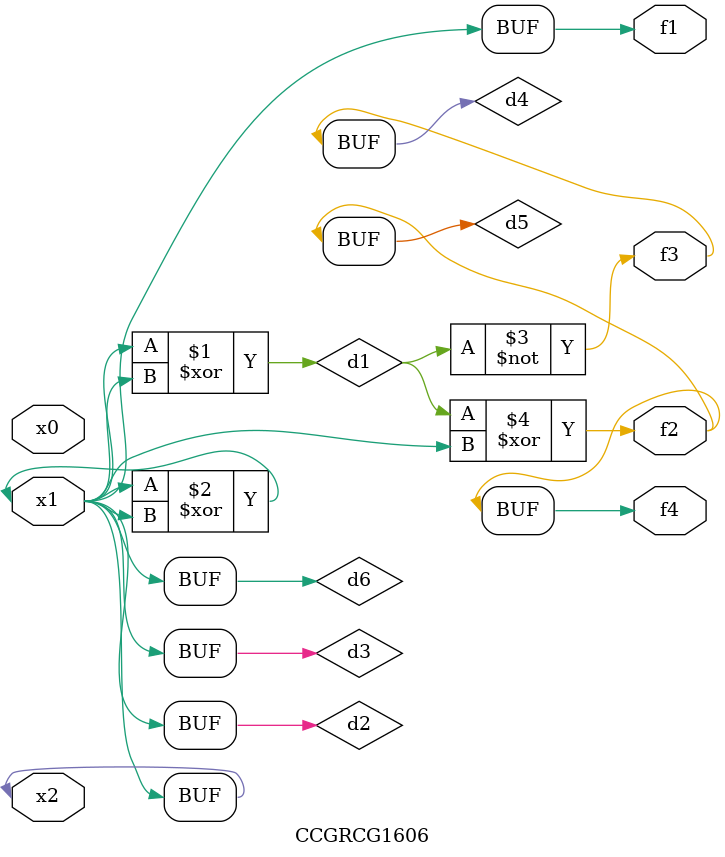
<source format=v>
module CCGRCG1606(
	input x0, x1, x2,
	output f1, f2, f3, f4
);

	wire d1, d2, d3, d4, d5, d6;

	xor (d1, x1, x2);
	buf (d2, x1, x2);
	xor (d3, x1, x2);
	nor (d4, d1);
	xor (d5, d1, d2);
	buf (d6, d2, d3);
	assign f1 = d6;
	assign f2 = d5;
	assign f3 = d4;
	assign f4 = d5;
endmodule

</source>
